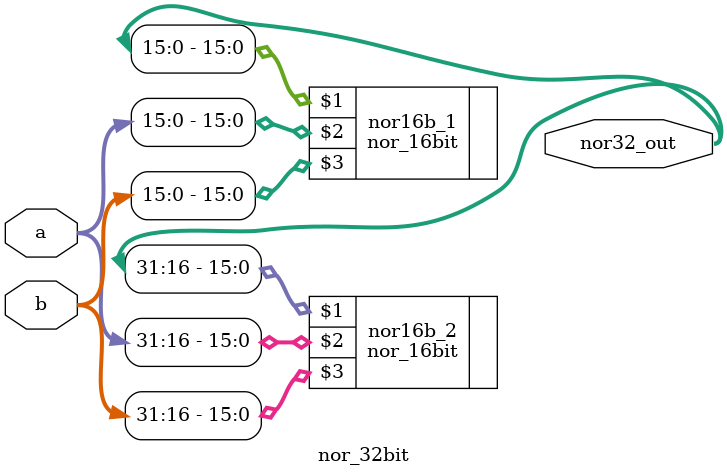
<source format=v>
module nor_32bit(output [31:0]nor32_out, input [31:0]a, b);//nor operation occurs for 32-bit numbers
			nor_16bit nor16b_1(nor32_out[15:0], a[15:0], b[15:0]);	
			nor_16bit nor16b_2(nor32_out[31:16], a[31:16], b[31:16]);
					
endmodule

</source>
